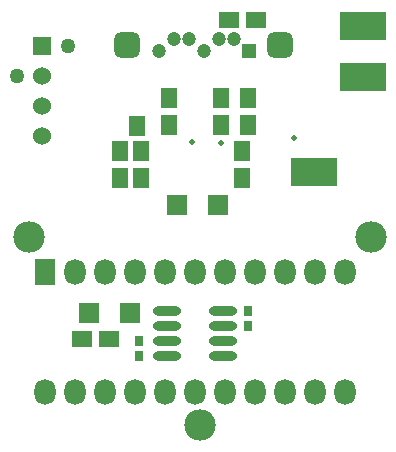
<source format=gts>
%FSLAX25Y25*%
%MOIN*%
G70*
G01*
G75*
G04 Layer_Color=8388736*
%ADD10O,0.08661X0.02362*%
%ADD11R,0.05000X0.06000*%
%ADD12C,0.01500*%
%ADD13C,0.01000*%
%ADD14C,0.02500*%
%ADD15O,0.06300X0.07874*%
%ADD16R,0.06300X0.07874*%
%ADD17C,0.03937*%
G04:AMPARAMS|DCode=18|XSize=78.74mil|YSize=78.74mil|CornerRadius=19.69mil|HoleSize=0mil|Usage=FLASHONLY|Rotation=180.000|XOffset=0mil|YOffset=0mil|HoleType=Round|Shape=RoundedRectangle|*
%AMROUNDEDRECTD18*
21,1,0.07874,0.03937,0,0,180.0*
21,1,0.03937,0.07874,0,0,180.0*
1,1,0.03937,-0.01969,0.01969*
1,1,0.03937,0.01969,0.01969*
1,1,0.03937,0.01969,-0.01969*
1,1,0.03937,-0.01969,-0.01969*
%
%ADD18ROUNDEDRECTD18*%
%ADD19R,0.03937X0.03937*%
%ADD20C,0.05200*%
%ADD21R,0.05200X0.05200*%
%ADD22R,0.02000X0.02500*%
%ADD23R,0.06000X0.06000*%
%ADD24R,0.06000X0.05000*%
%ADD25R,0.15000X0.08500*%
%ADD26C,0.09700*%
%ADD27C,0.05000*%
%ADD28C,0.02000*%
%ADD29C,0.04000*%
%ADD30C,0.09100*%
G04:AMPARAMS|DCode=31|XSize=111mil|YSize=111mil|CornerRadius=0mil|HoleSize=0mil|Usage=FLASHONLY|Rotation=0.000|XOffset=0mil|YOffset=0mil|HoleType=Round|Shape=Relief|Width=10mil|Gap=10mil|Entries=4|*
%AMTHD31*
7,0,0,0.11100,0.09100,0.01000,45*
%
%ADD31THD31*%
%ADD32C,0.06913*%
%ADD33C,0.09315*%
%ADD34C,0.07800*%
%ADD35C,0.04800*%
G04:AMPARAMS|DCode=36|XSize=68mil|YSize=68mil|CornerRadius=0mil|HoleSize=0mil|Usage=FLASHONLY|Rotation=0.000|XOffset=0mil|YOffset=0mil|HoleType=Round|Shape=Relief|Width=10mil|Gap=10mil|Entries=4|*
%AMTHD36*
7,0,0,0.06800,0.04800,0.01000,45*
%
%ADD36THD36*%
%ADD37C,0.12500*%
G04:AMPARAMS|DCode=38|XSize=88mil|YSize=88mil|CornerRadius=0mil|HoleSize=0mil|Usage=FLASHONLY|Rotation=0.000|XOffset=0mil|YOffset=0mil|HoleType=Round|Shape=Relief|Width=10mil|Gap=10mil|Entries=4|*
%AMTHD38*
7,0,0,0.08800,0.06800,0.01000,45*
%
%ADD38THD38*%
%ADD39C,0.06800*%
%ADD40C,0.03000*%
%ADD41C,0.00600*%
G04:AMPARAMS|DCode=42|XSize=98mil|YSize=98mil|CornerRadius=0mil|HoleSize=0mil|Usage=FLASHONLY|Rotation=0.000|XOffset=0mil|YOffset=0mil|HoleType=Round|Shape=Relief|Width=10mil|Gap=10mil|Entries=4|*
%AMTHD42*
7,0,0,0.09800,0.07800,0.01000,45*
%
%ADD42THD42*%
%ADD43R,0.06102X0.01575*%
%ADD44C,0.01200*%
%ADD45C,0.00984*%
%ADD46C,0.00984*%
%ADD47C,0.00787*%
%ADD48O,0.09461X0.03162*%
%ADD49R,0.05800X0.06800*%
%ADD50O,0.07100X0.08674*%
%ADD51R,0.07100X0.08674*%
%ADD52C,0.04737*%
G04:AMPARAMS|DCode=53|XSize=86.74mil|YSize=86.74mil|CornerRadius=23.69mil|HoleSize=0mil|Usage=FLASHONLY|Rotation=180.000|XOffset=0mil|YOffset=0mil|HoleType=Round|Shape=RoundedRectangle|*
%AMROUNDEDRECTD53*
21,1,0.08674,0.03937,0,0,180.0*
21,1,0.03937,0.08674,0,0,180.0*
1,1,0.04737,-0.01969,0.01969*
1,1,0.04737,0.01969,0.01969*
1,1,0.04737,0.01969,-0.01969*
1,1,0.04737,-0.01969,-0.01969*
%
%ADD53ROUNDEDRECTD53*%
%ADD54R,0.04737X0.04737*%
%ADD55C,0.06000*%
%ADD56R,0.06000X0.06000*%
%ADD57R,0.02800X0.03300*%
%ADD58R,0.06800X0.06800*%
%ADD59R,0.06800X0.05800*%
%ADD60R,0.15800X0.09300*%
%ADD61C,0.10500*%
D27*
X5500Y122800D02*
D03*
X22500Y132800D02*
D03*
D28*
X63800Y100800D02*
D03*
X73400Y100600D02*
D03*
X97700Y102200D02*
D03*
D48*
X55351Y39400D02*
D03*
Y34400D02*
D03*
Y29400D02*
D03*
X74249Y44400D02*
D03*
Y39400D02*
D03*
Y29400D02*
D03*
X55351Y44400D02*
D03*
X74249Y34400D02*
D03*
D49*
X80600Y97900D02*
D03*
X39800Y88900D02*
D03*
Y97900D02*
D03*
X47000D02*
D03*
X73400Y106300D02*
D03*
X39800Y88900D02*
D03*
X56100Y115300D02*
D03*
X80600Y88900D02*
D03*
X82400Y106300D02*
D03*
Y115300D02*
D03*
X45500Y106000D02*
D03*
X56100Y106300D02*
D03*
X47000Y88900D02*
D03*
X73400Y115300D02*
D03*
D50*
X114900Y17500D02*
D03*
X104900D02*
D03*
X94900D02*
D03*
X84900D02*
D03*
X74900D02*
D03*
X64900D02*
D03*
X54900D02*
D03*
X44900D02*
D03*
X34900D02*
D03*
X24900D02*
D03*
X14900D02*
D03*
X114900Y57500D02*
D03*
X104900D02*
D03*
X94900D02*
D03*
X84900D02*
D03*
X74900D02*
D03*
X64900D02*
D03*
X54900D02*
D03*
X44900D02*
D03*
X34900D02*
D03*
X24900D02*
D03*
D51*
X14900D02*
D03*
D52*
X72692Y135037D02*
D03*
X67692Y131100D02*
D03*
X62692Y135037D02*
D03*
X77692D02*
D03*
X57692D02*
D03*
X52692Y131100D02*
D03*
D53*
X93204Y133069D02*
D03*
X42180D02*
D03*
D54*
X82692Y131100D02*
D03*
D55*
X13700Y102800D02*
D03*
Y112800D02*
D03*
Y122800D02*
D03*
D56*
Y132800D02*
D03*
D57*
X82400Y44400D02*
D03*
Y39400D02*
D03*
X46300Y29400D02*
D03*
Y34400D02*
D03*
D58*
X43050Y43850D02*
D03*
X29550D02*
D03*
X72350Y79650D02*
D03*
X58850D02*
D03*
D59*
X27300Y35000D02*
D03*
X36300D02*
D03*
X85300Y141600D02*
D03*
X76300D02*
D03*
D60*
X121000Y122500D02*
D03*
Y139300D02*
D03*
X104400Y90900D02*
D03*
D61*
X123480Y69200D02*
D03*
X66450Y6300D02*
D03*
X9380Y69200D02*
D03*
M02*

</source>
